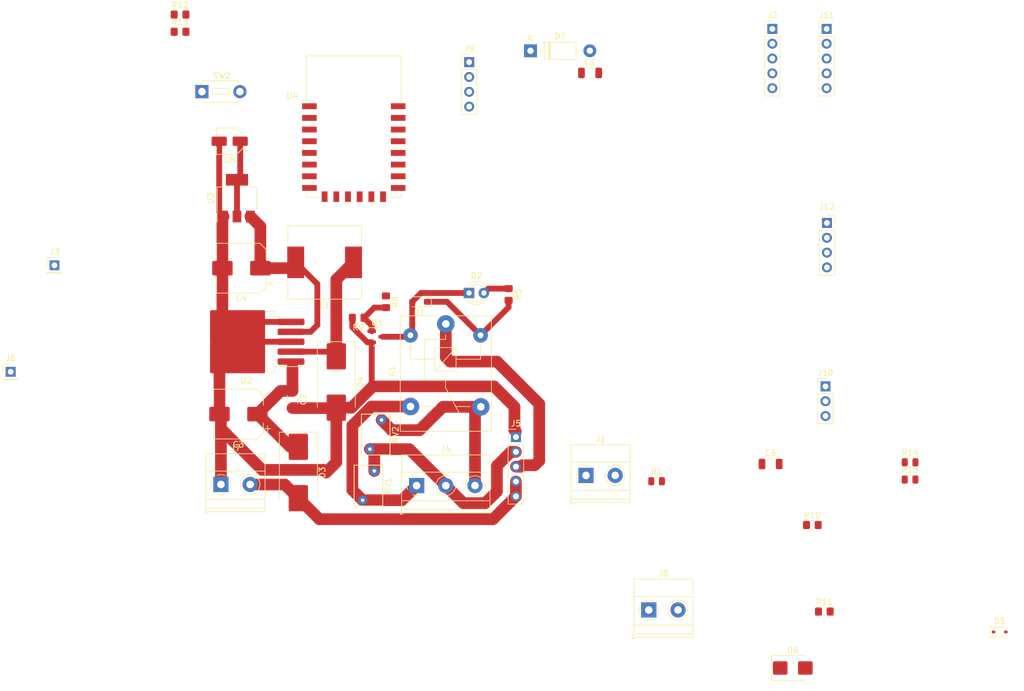
<source format=kicad_pcb>
(kicad_pcb (version 20221018) (generator pcbnew)
  (layers (0 "F.Cu" signal) (31 "B.Cu" signal) (34 "B.Paste" user) (35 "F.Paste" user) (36 "B.SilkS" user "B.Silkscreen") (37 "F.SilkS" user "F.Silkscreen") (38 "B.Mask" user) (39 "F.Mask" user) (44 "Edge.Cuts" user))
  (net 0 "")
  (net 1 "GND")
  (net 2 "Net-(D7-K)")
  (net 3 "Net-(D3-K)")
  (net 4 "+5V")
  (net 5 "+3.3V")
  (net 6 "Net-(D1-A)")
  (net 7 "Net-(D2-A)")
  (net 8 "+12V")
  (net 9 "Net-(D4-K)")
  (net 10 "Net-(D5-K)")
  (net 11 "Net-(D5-A)")
  (net 12 "BTN")
  (net 14 "RXD")
  (net 15 "TXD")
  (net 16 "Net-(J4-Pin_1)")
  (net 17 "Net-(J4-Pin_2)")
  (net 18 "Net-(J4-Pin_3)")
  (net 19 "Net-(J5-Pin_3)")
  (net 20 "RX")
  (net 21 "TX")
  (net 22 "GPIO0")
  (net 28 "D1")
  (net 29 "D0")
  (net 30 "Net-(Q1-B)")
  (net 31 "GPIO13")
  (net 32 "GPIO16")
  (net 33 "Net-(U4-~{RST})")
  (net 34 "Net-(U4-EN)")
  (net 35 "Net-(U4-GPIO2)")
  (footprint "Diode_SMD:D_SOD-323_HandSoldering" (layer "F.Cu") (at 172 105.75 180)
    (fp_text reference "D1" (at 0 -1.85) (layer "F.SilkS"))
    (fp_text value "1N4148")
    (pad "1" smd roundrect (at -1.25 0 180) (size 1 1) (layers "F.Cu" "F.Paste" "F.Mask") (net 4 "+5V"))
    (pad "2" smd roundrect (at 1.25 0 180) (size 1 1) (layers "F.Cu" "F.Paste" "F.Mask") (net 6 "Net-(D1-A)"))
  )
  (footprint "Resistor_SMD:R_0805_2012Metric_Pad1.20x1.40mm_HandSolder" (layer "F.Cu") (at 241.3 158.825)
    (fp_text reference "R11" (at 0 -1.65) (layer "F.SilkS"))
    (fp_text value "100")
    (pad "1" smd roundrect (at -1 0) (size 1.2 1.4) (layers "F.Cu" "F.Paste" "F.Mask") (roundrect_rratio 0.208333) (net 11 "Net-(D5-A)"))
    (pad "2" smd roundrect (at 1 0) (size 1.2 1.4) (layers "F.Cu" "F.Paste" "F.Mask") (roundrect_rratio 0.208333) (net 32 "GPIO16"))
  )
  (footprint "Resistor_SMD:R_0805_2012Metric" (layer "F.Cu") (at 255.9825 133.26)
    (fp_text reference "R14" (at 0 -1.65) (layer "F.SilkS"))
    (fp_text value "10K")
    (pad "1" smd roundrect (at -0.9125 0) (size 1.025 1.4) (layers "F.Cu" "F.Paste" "F.Mask") (roundrect_rratio 0.243902) (net 5 "+3.3V"))
    (pad "2" smd roundrect (at 0.9125 0) (size 1.025 1.4) (layers "F.Cu" "F.Paste" "F.Mask") (roundrect_rratio 0.243902) (net 22 "GPIO0"))
  )
  (footprint "Resistor_SMD:R_0805_2012Metric_Pad1.20x1.40mm_HandSolder" (layer "F.Cu") (at 187.25 104.5 -90)
    (fp_text reference "R5" (at 0 -1.65 90) (layer "F.SilkS"))
    (fp_text value "330")
    (pad "1" smd roundrect (at -1 0 270) (size 1.2 1.4) (layers "F.Cu" "F.Paste" "F.Mask") (roundrect_rratio 0.208333) (net 7 "Net-(D2-A)"))
    (pad "2" smd roundrect (at 1 0 270) (size 1.2 1.4) (layers "F.Cu" "F.Paste" "F.Mask") (roundrect_rratio 0.208333) (net 4 "+5V"))
  )
  (footprint "Capacitor_SMD:CP_Elec_4x4.5" (layer "F.Cu") (at 139.5 78.25 180)
    (fp_text reference "C5" (at 0 -3.2) (layer "F.SilkS"))
    (fp_text value "10uF/16V")
    (pad "1" smd roundrect (at -1.8 0 180) (size 2.6 1.6) (layers "F.Cu" "F.Paste" "F.Mask") (roundrect_rratio 0.15625) (net 5 "+3.3V"))
    (pad "2" smd roundrect (at 1.8 0 180) (size 2.6 1.6) (layers "F.Cu" "F.Paste" "F.Mask") (roundrect_rratio 0.15625) (net 1 "GND"))
  )
  (footprint "Resistor_SMD:R_0805_2012Metric_Pad1.20x1.40mm_HandSolder" (layer "F.Cu") (at 131 56.55)
    (fp_text reference "R12" (at 0 -1.65) (layer "F.SilkS"))
    (fp_text value "10K")
    (pad "1" smd roundrect (at -1 0) (size 1.2 1.4) (layers "F.Cu" "F.Paste" "F.Mask") (roundrect_rratio 0.208333) (net 5 "+3.3V"))
    (pad "2" smd roundrect (at 1 0) (size 1.2 1.4) (layers "F.Cu" "F.Paste" "F.Mask") (roundrect_rratio 0.208333) (net 33 "Net-(U4-~{RST})"))
  )
  (footprint "Resistor_SMD:R_0805_2012Metric_Pad1.20x1.40mm_HandSolder" (layer "F.Cu") (at 161.5 108.5 180)
    (fp_text reference "R9" (at 0 -1.65) (layer "F.SilkS"))
    (fp_text value "100K")
    (pad "1" smd roundrect (at -1 0 180) (size 1.2 1.4) (layers "F.Cu" "F.Paste" "F.Mask") (roundrect_rratio 0.208333) (net 30 "Net-(Q1-B)"))
    (pad "2" smd roundrect (at 1 0 180) (size 1.2 1.4) (layers "F.Cu" "F.Paste" "F.Mask") (roundrect_rratio 0.208333) (net 1 "GND"))
  )
  (footprint "LED_THT:LED_D3.0mm" (layer "F.Cu") (at 180.475 104.25)
    (fp_text reference "D2" (at 1.27 -2.96) (layer "F.SilkS"))
    (fp_text value "LED")
    (pad "1" thru_hole rect (at 0 0) (size 1.8 1.8) (drill 0.9) (layers "*.Cu" "*.Mask") (net 6 "Net-(D1-A)"))
    (pad "2" thru_hole circle (at 2.54 0) (size 1.8 1.8) (drill 0.9) (layers "*.Cu" "*.Mask") (net 7 "Net-(D2-A)"))
  )
  (footprint "Connector_PinHeader_2.54mm:PinHeader_1x05_P2.54mm_Vertical" (layer "F.Cu") (at 232.4 59)
    (fp_text reference "J2" (at 0 -2.33) (layer "F.SilkS"))
    (fp_text value "SIM800L")
    (pad "1" thru_hole rect (at 0 0) (size 1.7 1.7) (drill 1) (layers "*.Cu" "*.Mask") (net 2 "Net-(D7-K)"))
    (pad "2" thru_hole oval (at 0 2.54) (size 1.7 1.7) (drill 1) (layers "*.Cu" "*.Mask"))
    (pad "3" thru_hole oval (at 0 5.08) (size 1.7 1.7) (drill 1) (layers "*.Cu" "*.Mask") (net 14 "RXD"))
    (pad "4" thru_hole oval (at 0 7.62) (size 1.7 1.7) (drill 1) (layers "*.Cu" "*.Mask") (net 15 "TXD"))
    (pad "5" thru_hole oval (at 0 10.16) (size 1.7 1.7) (drill 1) (layers "*.Cu" "*.Mask") (net 1 "GND"))
  )
  (footprint "Relay_THT:Relay_SPDT_SANYOU_SRD_Series_Form_C" (layer "F.Cu") (at 176.5 109.55 -90)
    (fp_text reference "K1" (at 8.1 9.2 90) (layer "F.SilkS"))
    (fp_text value "SANYOU_SRD_Form_C")
    (pad "1" thru_hole circle (at 0 0) (size 3 3) (drill 1.3) (layers "*.Cu" "*.Mask") (net 19 "Net-(J5-Pin_3)"))
    (pad "2" thru_hole circle (at 1.95 6.05) (size 2.5 2.5) (drill 1) (layers "*.Cu" "*.Mask") (net 6 "Net-(D1-A)"))
    (pad "3" thru_hole circle (at 14.15 6.05) (size 3 3) (drill 1.3) (layers "*.Cu" "*.Mask") (net 16 "Net-(J4-Pin_1)"))
    (pad "4" thru_hole circle (at 14.2 -6) (size 3 3) (drill 1.3) (layers "*.Cu" "*.Mask") (net 18 "Net-(J4-Pin_3)"))
    (pad "5" thru_hole circle (at 1.95 -5.95) (size 2.5 2.5) (drill 1) (layers "*.Cu" "*.Mask") (net 4 "+5V"))
  )
  (footprint "Connector_PinHeader_2.54mm:PinHeader_1x05_P2.54mm_Vertical" (layer "F.Cu") (at 241.7 59)
    (fp_text reference "J11" (at 0 -2.33) (layer "F.SilkS"))
    (fp_text value "soporte")
    (pad "1" thru_hole rect (at 0 0) (size 1.7 1.7) (drill 1) (layers "*.Cu" "*.Mask"))
    (pad "2" thru_hole oval (at 0 2.54) (size 1.7 1.7) (drill 1) (layers "*.Cu" "*.Mask"))
    (pad "3" thru_hole oval (at 0 5.08) (size 1.7 1.7) (drill 1) (layers "*.Cu" "*.Mask"))
    (pad "4" thru_hole oval (at 0 7.62) (size 1.7 1.7) (drill 1) (layers "*.Cu" "*.Mask"))
    (pad "5" thru_hole oval (at 0 10.16) (size 1.7 1.7) (drill 1) (layers "*.Cu" "*.Mask"))
  )
  (footprint "Connector_PinHeader_2.54mm:PinHeader_1x01_P2.54mm_Vertical" (layer "F.Cu") (at 109.5 99.5)
    (fp_text reference "J3" (at 0 -2.33) (layer "F.SilkS"))
    (fp_text value "~")
    (pad "1" thru_hole rect (at 0 0) (size 1.7 1.7) (drill 1) (layers "*.Cu" "*.Mask") (net 4 "+5V"))
  )
  (footprint "Package_TO_SOT_SMD:SOT-223-3_TabPin2" (layer "F.Cu") (at 140.75 88 90)
    (fp_text reference "U3" (at 0 -4.5 90) (layer "F.SilkS"))
    (fp_text value "AMS1117-3.3")
    (pad "1" smd rect (at -3.15 -2.3 90) (size 2 1.5) (layers "F.Cu" "F.Paste" "F.Mask") (net 1 "GND"))
    (pad "2" smd rect (at -3.15 0 90) (size 2 1.5) (layers "F.Cu" "F.Paste" "F.Mask") (net 5 "+3.3V"))
    (pad "2" smd rect (at 3.15 0 90) (size 2 3.8) (layers "F.Cu" "F.Paste" "F.Mask") (net 5 "+3.3V"))
    (pad "3" smd rect (at -3.15 2.3 90) (size 2 1.5) (layers "F.Cu" "F.Paste" "F.Mask") (net 4 "+5V"))
  )
  (footprint "Package_TO_SOT_SMD:TO-263-5_TabPin3" (layer "F.Cu") (at 142.35 112.6 180)
    (fp_text reference "U2" (at 0 -6.65) (layer "F.SilkS"))
    (fp_text value "LM2596S-5")
    (pad "1" smd roundrect (at -7.65 -3.4 180) (size 4.6 1.1) (layers "F.Cu" "F.Paste" "F.Mask") (roundrect_rratio 0.227273) (net 3 "Net-(D3-K)"))
    (pad "2" smd roundrect (at -7.65 -1.7 180) (size 4.6 1.1) (layers "F.Cu" "F.Paste" "F.Mask") (roundrect_rratio 0.227273) (net 9 "Net-(D4-K)"))
    (pad "3" smd roundrect (at -7.65 0 180) (size 4.6 1.1) (layers "F.Cu" "F.Paste" "F.Mask") (roundrect_rratio 0.227273) (net 1 "GND"))
    (pad "3" smd roundrect (at -0.925 -2.775 180) (size 4.55 5.25) (layers "F.Cu" "F.Paste") (roundrect_rratio 0.054945) (net 1 "GND"))
    (pad "3" smd roundrect (at -0.925 2.775 180) (size 4.55 5.25) (layers "F.Cu" "F.Paste") (roundrect_rratio 0.054945) (net 1 "GND"))
    (pad "3" smd roundrect (at 1.5 0 180) (size 9.4 10.8) (layers "F.Cu" "F.Mask") (roundrect_rratio 0.026596) (net 1 "GND"))
    (pad "3" smd roundrect (at 3.925 -2.775 180) (size 4.55 5.25) (layers "F.Cu" "F.Paste") (roundrect_rratio 0.054945) (net 1 "GND"))
    (pad "3" smd roundrect (at 3.925 2.775 180) (size 4.55 5.25) (layers "F.Cu" "F.Paste") (roundrect_rratio 0.054945) (net 1 "GND"))
    (pad "4" smd roundrect (at -7.65 1.7 180) (size 4.6 1.1) (layers "F.Cu" "F.Paste" "F.Mask") (roundrect_rratio 0.227273) (net 4 "+5V"))
    (pad "5" smd roundrect (at -7.65 3.4 180) (size 4.6 1.1) (layers "F.Cu" "F.Paste" "F.Mask") (roundrect_rratio 0.227273) (net 1 "GND"))
  )
  (footprint "TerminalBlock_Phoenix:TerminalBlock_Phoenix_MKDS-1,5-2_1x02_P5.00mm_Horizontal" (layer "F.Cu") (at 200.5 135.5)
    (fp_text reference "J1" (at 2.5 -6.26) (layer "F.SilkS"))
    (fp_text value "IN 12V")
    (pad "1" thru_hole rect (at 0 0) (size 2.6 2.6) (drill 1.3) (layers "*.Cu" "*.Mask") (net 5 "+3.3V"))
    (pad "2" thru_hole circle (at 5 0) (size 2.6 2.6) (drill 1.3) (layers "*.Cu" "*.Mask") (net 12 "BTN"))
  )
  (footprint "Inductor_SMD:L_12x12mm_H8mm" (layer "F.Cu") (at 155.75 99 180)
    (fp_text reference "L1" (at 0 -7.4) (layer "F.SilkS"))
    (fp_text value "33 uH")
    (pad "1" smd rect (at -4.95 0 180) (size 2.9 5.4) (layers "F.Cu" "F.Paste" "F.Mask") (net 9 "Net-(D4-K)"))
    (pad "2" smd rect (at 4.95 0 180) (size 2.9 5.4) (layers "F.Cu" "F.Paste" "F.Mask") (net 4 "+5V"))
  )
  (footprint "TerminalBlock_Phoenix:TerminalBlock_Phoenix_MKDS-1,5-3_1x03_P5.00mm_Horizontal" (layer "F.Cu") (at 171.5 137.25)
    (fp_text reference "J4" (at 5 -6.26) (layer "F.SilkS"))
    (fp_text value "OUT 1")
    (pad "1" thru_hole rect (at 0 0) (size 2.6 2.6) (drill 1.3) (layers "*.Cu" "*.Mask") (net 16 "Net-(J4-Pin_1)"))
    (pad "2" thru_hole circle (at 5 0) (size 2.6 2.6) (drill 1.3) (layers "*.Cu" "*.Mask") (net 17 "Net-(J4-Pin_2)"))
    (pad "3" thru_hole circle (at 10 0) (size 2.6 2.6) (drill 1.3) (layers "*.Cu" "*.Mask") (net 18 "Net-(J4-Pin_3)"))
  )
  (footprint "Varistor:RV_Disc_D7mm_W4.9mm_P5mm" (layer "F.Cu") (at 163.5 131 90)
    (fp_text reference "RV2" (at 2.5 4.4 90) (layer "F.SilkS"))
    (fp_text value "470KD07")
    (pad "1" thru_hole circle (at 0 0 90) (size 1.6 1.6) (drill 0.6) (layers "*.Cu" "*.Mask") (net 17 "Net-(J4-Pin_2)"))
    (pad "2" thru_hole circle (at 5 2 90) (size 1.6 1.6) (drill 0.6) (layers "*.Cu" "*.Mask") (net 18 "Net-(J4-Pin_3)"))
  )
  (footprint "Diode_SMD:D_SOD-323" (layer "F.Cu") (at 271.325 162.325)
    (fp_text reference "D5" (at 0 -1.85) (layer "F.SilkS"))
    (fp_text value "1N5819WS")
    (pad "1" smd roundrect (at -1.05 0) (size 0.6 0.45) (layers "F.Cu" "F.Paste" "F.Mask") (net 10 "Net-(D5-K)"))
    (pad "2" smd roundrect (at 1.05 0) (size 0.6 0.45) (layers "F.Cu" "F.Paste" "F.Mask") (net 11 "Net-(D5-A)"))
  )
  (footprint "Capacitor_SMD:C_1206_3216Metric" (layer "F.Cu") (at 150.25 122.5 -90)
    (fp_text reference "C2" (at 0 -1.85 90) (layer "F.SilkS"))
    (fp_text value "0.1u")
    (pad "1" smd roundrect (at -1.475 0 270) (size 1.15 1.8) (layers "F.Cu" "F.Paste" "F.Mask") (roundrect_rratio 0.217391) (net 3 "Net-(D3-K)"))
    (pad "2" smd roundrect (at 1.475 0 270) (size 1.15 1.8) (layers "F.Cu" "F.Paste" "F.Mask") (roundrect_rratio 0.217391) (net 1 "GND"))
  )
  (footprint "Resistor_SMD:R_0805_2012Metric" (layer "F.Cu") (at 212.5875 136.5)
    (fp_text reference "R1" (at 0 -1.65) (layer "F.SilkS"))
    (fp_text value "10K")
    (pad "1" smd roundrect (at -0.9125 0) (size 1.025 1.4) (layers "F.Cu" "F.Paste" "F.Mask") (roundrect_rratio 0.243902) (net 12 "BTN"))
    (pad "2" smd roundrect (at 0.9125 0) (size 1.025 1.4) (layers "F.Cu" "F.Paste" "F.Mask") (roundrect_rratio 0.243902) (net 1 "GND"))
  )
  (footprint "Resistor_SMD:R_0805_2012Metric" (layer "F.Cu") (at 255.9825 136.21)
    (fp_text reference "R15" (at 0 -1.65) (layer "F.SilkS"))
    (fp_text value "10K")
    (pad "1" smd roundrect (at -0.9125 0) (size 1.025 1.4) (layers "F.Cu" "F.Paste" "F.Mask") (roundrect_rratio 0.243902) (net 5 "+3.3V"))
    (pad "2" smd roundrect (at 0.9125 0) (size 1.025 1.4) (layers "F.Cu" "F.Paste" "F.Mask") (roundrect_rratio 0.243902) (net 35 "Net-(U4-GPIO2)"))
  )
  (footprint "TerminalBlock_Phoenix:TerminalBlock_Phoenix_MKDS-1,5-2_1x02_P5.00mm_Horizontal" (layer "F.Cu") (at 211.25 158.555)
    (fp_text reference "J8" (at 2.5 -6.26) (layer "F.SilkS"))
    (fp_text value "SENS")
    (pad "1" thru_hole rect (at 0 0) (size 2.6 2.6) (drill 1.3) (layers "*.Cu" "*.Mask") (net 1 "GND"))
    (pad "2" thru_hole circle (at 5 0) (size 2.6 2.6) (drill 1.3) (layers "*.Cu" "*.Mask") (net 10 "Net-(D5-K)"))
  )
  (footprint "Capacitor_SMD:CP_Elec_8x10" (layer "F.Cu") (at 141.5 100 180)
    (fp_text reference "C4" (at 0 -5.2) (layer "F.SilkS"))
    (fp_text value "220uF/35V")
    (pad "1" smd roundrect (at -3.25 0 180) (size 3.5 2.5) (layers "F.Cu" "F.Paste" "F.Mask") (roundrect_rratio 0.1) (net 4 "+5V"))
    (pad "2" smd roundrect (at 3.25 0 180) (size 3.5 2.5) (layers "F.Cu" "F.Paste" "F.Mask") (roundrect_rratio 0.1) (net 1 "GND"))
  )
  (footprint "Capacitor_SMD:CP_Elec_8x10" (layer "F.Cu") (at 141 125 180)
    (fp_text reference "C3" (at 0 -5.2) (layer "F.SilkS"))
    (fp_text value "220uF/35V")
    (pad "1" smd roundrect (at -3.25 0 180) (size 3.5 2.5) (layers "F.Cu" "F.Paste" "F.Mask") (roundrect_rratio 0.1) (net 3 "Net-(D3-K)"))
    (pad "2" smd roundrect (at 3.25 0 180) (size 3.5 2.5) (layers "F.Cu" "F.Paste" "F.Mask") (roundrect_rratio 0.1) (net 1 "GND"))
  )
  (footprint "Diode_SMD:D_SMC_Handsoldering" (layer "F.Cu") (at 157.75 119.5 -90)
    (fp_text reference "D4" (at 0 -4.1 90) (layer "F.SilkS"))
    (fp_text value "SS34")
    (pad "1" smd roundrect (at -4.4 0) (size 3.3 4.5) (layers "F.Cu" "F.Paste" "F.Mask") (roundrect_rratio 0.0757575758) (net 9 "Net-(D4-K)"))
    (pad "2" smd roundrect (at 4.4 0) (size 3.3 4.5) (layers "F.Cu" "F.Paste" "F.Mask") (roundrect_rratio 0.0757575758) (net 1 "GND"))
  )
  (footprint "TerminalBlock_Phoenix:TerminalBlock_Phoenix_MKDS-1,5-2_1x02_P5.00mm_Horizontal" (layer "F.Cu") (at 138 137.055)
    (fp_text reference "J7" (at 2.5 -6.26) (layer "F.SilkS"))
    (fp_text value "IN 12V")
    (pad "1" thru_hole rect (at 0 0) (size 2.6 2.6) (drill 1.3) (layers "*.Cu" "*.Mask") (net 1 "GND"))
    (pad "2" thru_hole circle (at 5 0) (size 2.6 2.6) (drill 1.3) (layers "*.Cu" "*.Mask") (net 8 "+12V"))
  )
  (footprint "Varistor:RV_Disc_D7mm_W4.9mm_P5mm" (layer "F.Cu") (at 162.25 139.75 90)
    (fp_text reference "RV1" (at 2.5 4.4 90) (layer "F.SilkS"))
    (fp_text value "470KD07")
    (pad "1" thru_hole circle (at 0 0 90) (size 1.6 1.6) (drill 0.6) (layers "*.Cu" "*.Mask") (net 16 "Net-(J4-Pin_1)"))
    (pad "2" thru_hole circle (at 5 2 90) (size 1.6 1.6) (drill 0.6) (layers "*.Cu" "*.Mask") (net 17 "Net-(J4-Pin_2)"))
  )
  (footprint "Connector_PinHeader_2.54mm:PinHeader_1x03_P2.54mm_Vertical" (layer "F.Cu") (at 241.5025 120.25)
    (fp_text reference "J10" (at 0 -2.33) (layer "F.SilkS"))
    (fp_text value "FLASH")
    (pad "1" thru_hole rect (at 0 0) (size 1.7 1.7) (drill 1) (layers "*.Cu" "*.Mask") (net 22 "GPIO0"))
    (pad "2" thru_hole oval (at 0 2.54) (size 1.7 1.7) (drill 1) (layers "*.Cu" "*.Mask") (net 1 "GND"))
    (pad "3" thru_hole oval (at 0 5.08) (size 1.7 1.7) (drill 1) (layers "*.Cu" "*.Mask") (net 1 "GND"))
  )
  (footprint "Connector_PinHeader_2.54mm:PinHeader_1x05_P2.54mm_Vertical" (layer "F.Cu") (at 188.5 128.925)
    (fp_text reference "J5" (at 0 -2.33) (layer "F.SilkS"))
    (fp_text value "jumpers salida")
    (pad "1" thru_hole rect (at 0 0) (size 1.7 1.7) (drill 1) (layers "*.Cu" "*.Mask") (net 1 "GND"))
    (pad "2" thru_hole oval (at 0 2.54) (size 1.7 1.7) (drill 1) (layers "*.Cu" "*.Mask") (net 17 "Net-(J4-Pin_2)"))
    (pad "3" thru_hole oval (at 0 5.08) (size 1.7 1.7) (drill 1) (layers "*.Cu" "*.Mask") (net 19 "Net-(J5-Pin_3)"))
    (pad "4" thru_hole oval (at 0 7.62) (size 1.7 1.7) (drill 1) (layers "*.Cu" "*.Mask") (net 8 "+12V"))
    (pad "5" thru_hole oval (at 0 10.16) (size 1.7 1.7) (drill 1) (layers "*.Cu" "*.Mask") (net 8 "+12V"))
  )
  (footprint "Resistor_SMD:R_0805_2012Metric_Pad1.20x1.40mm_HandSolder" (layer "F.Cu") (at 131 59.5)
    (fp_text reference "R13" (at 0 -1.65) (layer "F.SilkS"))
    (fp_text value "10K")
    (pad "1" smd roundrect (at -1 0) (size 1.2 1.4) (layers "F.Cu" "F.Paste" "F.Mask") (roundrect_rratio 0.208333) (net 5 "+3.3V"))
    (pad "2" smd roundrect (at 1 0) (size 1.2 1.4) (layers "F.Cu" "F.Paste" "F.Mask") (roundrect_rratio 0.208333) (net 34 "Net-(U4-EN)"))
  )
  (footprint "Connector_PinHeader_2.54mm:PinHeader_1x04_P2.54mm_Vertical" (layer "F.Cu") (at 180.5 64.7)
    (fp_text reference "J9" (at 0 -2.33) (layer "F.SilkS"))
    (fp_text value "PROG")
    (pad "1" thru_hole rect (at 0 0) (size 1.7 1.7) (drill 1) (layers "*.Cu" "*.Mask") (net 20 "RX"))
    (pad "2" thru_hole oval (at 0 2.54) (size 1.7 1.7) (drill 1) (layers "*.Cu" "*.Mask") (net 15 "TXD"))
    (pad "3" thru_hole oval (at 0 5.08) (size 1.7 1.7) (drill 1) (layers "*.Cu" "*.Mask") (net 14 "RXD"))
    (pad "4" thru_hole oval (at 0 7.62) (size 1.7 1.7) (drill 1) (layers "*.Cu" "*.Mask") (net 21 "TX"))
  )
  (footprint "Diode_THT:D_DO-41_SOD81_P10.16mm_Horizontal" (layer "F.Cu") (at 191 62.75)
    (fp_text reference "D7" (at 5.08 -2.47) (layer "F.SilkS"))
    (fp_text value "1N4007")
    (fp_text user "K" (at 0 -2.1) (layer "F.SilkS"))
    (pad "1" thru_hole rect (at 0 0) (size 2.2 2.2) (drill 1.1) (layers "*.Cu" "*.Mask") (net 2 "Net-(D7-K)"))
    (pad "2" thru_hole oval (at 10.16 0) (size 2.2 2.2) (drill 1.1) (layers "*.Cu" "*.Mask") (net 4 "+5V"))
  )
  (footprint "Package_TO_SOT_SMD:SOT-23" (layer "F.Cu") (at 164.75 111.75)
    (fp_text reference "Q1" (at 0 -2.4) (layer "F.SilkS"))
    (fp_text value "MMBT5551L")
    (pad "1" smd roundrect (at -0.9375 -0.95) (size 1.475 0.6) (layers "F.Cu" "F.Paste" "F.Mask") (net 30 "Net-(Q1-B)"))
    (pad "2" smd roundrect (at -0.9375 0.95) (size 1.475 0.6) (layers "F.Cu" "F.Paste" "F.Mask") (net 1 "GND"))
    (pad "3" smd roundrect (at 0.9375 0) (size 1.475 0.6) (layers "F.Cu" "F.Paste" "F.Mask") (net 6 "Net-(D1-A)"))
  )
  (footprint "Capacitor_SMD:C_1206_3216Metric" (layer "F.Cu") (at 201.2 66.55)
    (fp_text reference "C1" (at 0 -1.85) (layer "F.SilkS"))
    (fp_text value "0.1u")
    (pad "1" smd roundrect (at -1.475 0) (size 1.15 1.8) (layers "F.Cu" "F.Paste" "F.Mask") (roundrect_rratio 0.217391) (net 1 "GND"))
    (pad "2" smd roundrect (at 1.475 0) (size 1.15 1.8) (layers "F.Cu" "F.Paste" "F.Mask") (roundrect_rratio 0.217391) (net 2 "Net-(D7-K)"))
  )
  (footprint "Resistor_SMD:R_0805_2012Metric_Pad1.20x1.40mm_HandSolder" (layer "F.Cu") (at 239.25 144)
    (fp_text reference "R10" (at 0 -1.65) (layer "F.SilkS"))
    (fp_text value "10K")
    (pad "1" smd roundrect (at -1 0) (size 1.2 1.4) (layers "F.Cu" "F.Paste" "F.Mask") (roundrect_rratio 0.208333) (net 5 "+3.3V"))
    (pad "2" smd roundrect (at 1 0) (size 1.2 1.4) (layers "F.Cu" "F.Paste" "F.Mask") (roundrect_rratio 0.208333) (net 32 "GPIO16"))
  )
  (footprint "RF_Module:ESP-12E" (layer "F.Cu") (at 160.75 75.75)
    (fp_text reference "U4" (at -10.56 -5.26 -360) (layer "F.SilkS"))
    (fp_text value "ESP-12F")
    (pad "1" smd rect (at -7.6 -3.5) (size 2.5 1) (layers "F.Cu" "F.Paste" "F.Mask") (net 33 "Net-(U4-~{RST})"))
    (pad "2" smd rect (at -7.6 -1.5) (size 2.5 1) (layers "F.Cu" "F.Paste" "F.Mask"))
    (pad "3" smd rect (at -7.6 0.5) (size 2.5 1) (layers "F.Cu" "F.Paste" "F.Mask") (net 34 "Net-(U4-EN)"))
    (pad "4" smd rect (at -7.6 2.5) (size 2.5 1) (layers "F.Cu" "F.Paste" "F.Mask") (net 32 "GPIO16"))
    (pad "5" smd rect (at -7.6 4.5) (size 2.5 1) (layers "F.Cu" "F.Paste" "F.Mask") (net 12 "BTN"))
    (pad "6" smd rect (at -7.6 6.5) (size 2.5 1) (layers "F.Cu" "F.Paste" "F.Mask"))
    (pad "7" smd rect (at -7.6 8.5) (size 2.5 1) (layers "F.Cu" "F.Paste" "F.Mask") (net 31 "GPIO13"))
    (pad "8" smd rect (at -7.6 10.5) (size 2.5 1) (layers "F.Cu" "F.Paste" "F.Mask") (net 5 "+3.3V"))
    (pad "9" smd rect (at -5 12) (size 1 1.8) (layers "F.Cu" "F.Paste" "F.Mask"))
    (pad "10" smd rect (at -3 12) (size 1 1.8) (layers "F.Cu" "F.Paste" "F.Mask"))
    (pad "11" smd rect (at -1 12) (size 1 1.8) (layers "F.Cu" "F.Paste" "F.Mask"))
    (pad "12" smd rect (at 1 12) (size 1 1.8) (layers "F.Cu" "F.Paste" "F.Mask"))
    (pad "13" smd rect (at 3 12) (size 1 1.8) (layers "F.Cu" "F.Paste" "F.Mask"))
    (pad "14" smd rect (at 5 12) (size 1 1.8) (layers "F.Cu" "F.Paste" "F.Mask"))
    (pad "15" smd rect (at 7.6 10.5) (size 2.5 1) (layers "F.Cu" "F.Paste" "F.Mask") (net 1 "GND"))
    (pad "16" smd rect (at 7.6 8.5) (size 2.5 1) (layers "F.Cu" "F.Paste" "F.Mask"))
    (pad "17" smd rect (at 7.6 6.5) (size 2.5 1) (layers "F.Cu" "F.Paste" "F.Mask") (net 35 "Net-(U4-GPIO2)"))
    (pad "18" smd rect (at 7.6 4.5) (size 2.5 1) (layers "F.Cu" "F.Paste" "F.Mask") (net 22 "GPIO0"))
    (pad "19" smd rect (at 7.6 2.5) (size 2.5 1) (layers "F.Cu" "F.Paste" "F.Mask") (net 29 "D0"))
    (pad "20" smd rect (at 7.6 0.5) (size 2.5 1) (layers "F.Cu" "F.Paste" "F.Mask") (net 28 "D1"))
    (pad "21" smd rect (at 7.6 -1.5) (size 2.5 1) (layers "F.Cu" "F.Paste" "F.Mask") (net 20 "RX"))
    (pad "22" smd rect (at 7.6 -3.5) (size 2.5 1) (layers "F.Cu" "F.Paste" "F.Mask") (net 21 "TX"))
  )
  (footprint "Diode_SMD:D_SMC_Handsoldering" (layer "F.Cu") (at 151.25 135 -90)
    (fp_text reference "D3" (at 0 -4.1 90) (layer "F.SilkS"))
    (fp_text value "SS34")
    (pad "1" smd roundrect (at -4.4 0) (size 3.3 4.5) (layers "F.Cu" "F.Paste" "F.Mask") (roundrect_rratio 0.0757575758) (net 3 "Net-(D3-K)"))
    (pad "2" smd roundrect (at 4.4 0) (size 3.3 4.5) (layers "F.Cu" "F.Paste" "F.Mask") (roundrect_rratio 0.0757575758) (net 8 "+12V"))
  )
  (footprint "Resistor_SMD:R_0805_2012Metric_Pad1.20x1.40mm_HandSolder" (layer "F.Cu") (at 166.25 105.75 -90)
    (fp_text reference "R8" (at 0 -1.65 90) (layer "F.SilkS"))
    (fp_text value "10K")
    (pad "1" smd roundrect (at -1 0 270) (size 1.2 1.4) (layers "F.Cu" "F.Paste" "F.Mask") (roundrect_rratio 0.208333) (net 31 "GPIO13"))
    (pad "2" smd roundrect (at 1 0 270) (size 1.2 1.4) (layers "F.Cu" "F.Paste" "F.Mask") (roundrect_rratio 0.208333) (net 30 "Net-(Q1-B)"))
  )
  (footprint "Connector_PinHeader_2.54mm:PinHeader_1x01_P2.54mm_Vertical" (layer "F.Cu") (at 102 117.75)
    (fp_text reference "J6" (at 0 -2.33) (layer "F.SilkS"))
    (fp_text value "~")
    (pad "1" thru_hole rect (at 0 0) (size 1.7 1.7) (drill 1) (layers "*.Cu" "*.Mask") (net 5 "+3.3V"))
  )
  (footprint "Diode_SMD:D_SMB" (layer "F.Cu") (at 235.9 168.5)
    (fp_text reference "D6" (at 0 -3) (layer "F.SilkS"))
    (fp_text value "SM6T6V8A")
    (pad "1" smd roundrect (at -2.15 0) (size 2.5 2.3) (layers "F.Cu" "F.Paste" "F.Mask") (roundrect_rratio 0.1086956522) (net 10 "Net-(D5-K)"))
    (pad "2" smd roundrect (at 2.15 0) (size 2.5 2.3) (layers "F.Cu" "F.Paste" "F.Mask") (roundrect_rratio 0.1086956522) (net 1 "GND"))
  )
  (footprint "Connector_PinSocket_2.54mm:PinSocket_1x04_P2.54mm_Vertical" (layer "F.Cu") (at 241.75 92.25)
    (fp_text reference "J12" (at 0 -2.77) (layer "F.SilkS"))
    (fp_text value "RFW26")
    (pad "1" thru_hole rect (at 0 0) (size 1.7 1.7) (drill 1) (layers "*.Cu" "*.Mask") (net 4 "+5V"))
    (pad "2" thru_hole oval (at 0 2.54) (size 1.7 1.7) (drill 1) (layers "*.Cu" "*.Mask") (net 28 "D1"))
    (pad "3" thru_hole oval (at 0 5.08) (size 1.7 1.7) (drill 1) (layers "*.Cu" "*.Mask") (net 29 "D0"))
    (pad "4" thru_hole oval (at 0 7.62) (size 1.7 1.7) (drill 1) (layers "*.Cu" "*.Mask") (net 1 "GND"))
  )
  (footprint "Button_Switch_THT:SW_PUSH_1P1T_6x3.5mm_H4.3_APEM_MJTP1243" (layer "F.Cu") (at 134.75 69.75)
    (fp_text reference "SW2" (at 3.42 -2.7) (layer "F.SilkS"))
    (fp_text value "RESET")
    (pad "1" thru_hole rect (at 0 0 90) (size 2.25 2.25) (drill 1.3) (layers "*.Cu" "*.Mask") (net 1 "GND"))
    (pad "2" thru_hole circle (at 6.5 0 90) (size 2.25 2.25) (drill 1.3) (layers "*.Cu" "*.Mask") (net 33 "Net-(U4-~{RST})"))
  )
  (footprint "Capacitor_SMD:C_1206_3216Metric" (layer "F.Cu") (at 232.1025 133.55)
    (fp_text reference "C6" (at 0 -1.85) (layer "F.SilkS"))
    (fp_text value "0.1u")
    (pad "1" smd roundrect (at -1.475 0) (size 1.15 1.8) (layers "F.Cu" "F.Paste" "F.Mask") (roundrect_rratio 0.217391) (net 1 "GND"))
    (pad "2" smd roundrect (at 1.475 0) (size 1.15 1.8) (layers "F.Cu" "F.Paste" "F.Mask") (roundrect_rratio 0.217391) (net 5 "+3.3V"))
  )
  (segment (start 137.7 78.25) (end 137.7 90.4) (width 1) (layer "F.Cu") (net 1))
  (segment (start 138.25 100) (end 138.25 91.35) (width 2) (layer "F.Cu") (net 1))
  (segment (start 163.8125 120.0625) (end 164 120.25) (width 1) (layer "F.Cu") (net 1))
  (segment (start 157.75 133.25) (end 156 135) (width 2) (layer "F.Cu") (net 1))
  (segment (start 150.25 123.975) (end 157.675 123.975) (width 2) (layer "F.Cu") (net 1))
  (segment (start 164 120.25) (end 184.75 120.25) (width 2) (layer "F.Cu") (net 1))
  (segment (start 138.25 100) (end 138.25 109.65) (width 2) (layer "F.Cu") (net 1))
  (segment (start 163.075 112.7) (end 163.8125 112.7) (width 1) (layer "F.Cu") (net 1))
  (segment (start 188.25 123.75) (end 188.25 127.75) (width 2) (layer "F.Cu") (net 1))
  (segment (start 157.675 123.975) (end 157.75 123.9) (width 2) (layer "F.Cu") (net 1))
  (segment (start 184.75 120.25) (end 188.25 123.75) (width 2) (layer "F.Cu") (net 1))
  (segment (start 145.055 134.555) (end 138 127.5) (width 2) (layer "F.Cu") (net 1))
  (segment (start 138 127.5) (end 138 125.25) (width 2) (layer "F.Cu") (net 1))
  (segment (start 138.25 109.65) (end 138.425 109.825) (width 2) (layer "F.Cu") (net 1))
  (segment (start 157.75 123.9) (end 157.75 133.25) (width 2) (layer "F.Cu") (net 1))
  (segment (start 138 125.25) (end 137.75 125) (width 2) (layer "F.Cu") (net 1))
  (segment (start 143.9 109.2) (end 150 109.2) (width 1) (layer "F.Cu") (net 1))
  (segment (start 160.5 110.125) (end 163.075 112.7) (width 1) (layer "F.Cu") (net 1))
  (segment (start 143.275 109.825) (end 143.9 109.2) (width 1) (layer "F.Cu") (net 1))
  (segment (start 157.75 123.9) (end 160.35 123.9) (width 2) (layer "F.Cu") (net 1))
  (segment (start 160.5 108.5) (end 160.5 110.125) (width 1) (layer "F.Cu") (net 1))
  (segment (start 138.25 91.35) (end 138.45 91.15) (width 2) (layer "F.Cu") (net 1))
  (segment (start 137.75 116.05) (end 138.425 115.375) (width 2) (layer "F.Cu") (net 1))
  (segment (start 155.555 134.555) (end 145.055 134.555) (width 2) (layer "F.Cu") (net 1))
  (segment (start 160.35 123.9) (end 164 120.25) (width 2) (layer "F.Cu") (net 1))
  (segment (start 137.7 90.4) (end 138.45 91.15) (width 1) (layer "F.Cu") (net 1))
  (segment (start 156 135) (end 155.555 134.555) (width 2) (layer "F.Cu") (net 1))
  (segment (start 163.8125 112.7) (end 163.8125 120.0625) (width 1) (layer "F.Cu") (net 1))
  (segment (start 137.75 125) (end 137.75 116.05) (width 2) (layer "F.Cu") (net 1))
  (segment (start 138 137.055) (end 138 127.5) (width 2) (layer "F.Cu") (net 1))
  (segment (start 150 112.6) (end 140.85 112.6) (width 1) (layer "F.Cu") (net 1))
  (segment (start 188.25 127.75) (end 188.5 128) (width 2) (layer "F.Cu") (net 1))
  (segment (start 150.25 121.025) (end 150.25 117) (width 2) (layer "F.Cu") (net 3))
  (segment (start 144.25 125) (end 149.85 130.6) (width 2) (layer "F.Cu") (net 3))
  (segment (start 144.25 125) (end 148.225 121.025) (width 2) (layer "F.Cu") (net 3))
  (segment (start 148.225 121.025) (end 150.25 121.025) (width 2) (layer "F.Cu") (net 3))
  (segment (start 149.85 130.6) (end 151.25 130.6) (width 2) (layer "F.Cu") (net 3))
  (segment (start 176.7 105.75) (end 182.45 111.5) (width 1) (layer "F.Cu") (net 4))
  (segment (start 144.75 100) (end 144.75 92.85) (width 2) (layer "F.Cu") (net 4))
  (segment (start 187.25 105.5) (end 187.25 106.7) (width 1) (layer "F.Cu") (net 4))
  (segment (start 154.5 109.75) (end 154.5 102.7) (width 1) (layer "F.Cu") (net 4))
  (segment (start 173.25 105.75) (end 176.7 105.75) (width 1) (layer "F.Cu") (net 4))
  (segment (start 154.5 102.7) (end 150.8 99) (width 1) (layer "F.Cu") (net 4))
  (segment (start 187.25 106.7) (end 182.45 111.5) (width 1) (layer "F.Cu") (net 4))
  (segment (start 149.8 100) (end 150.8 99) (width 2) (layer "F.Cu") (net 4))
  (segment (start 153.35 110.9) (end 154.5 109.75) (width 1) (layer "F.Cu") (net 4))
  (segment (start 144.75 92.85) (end 143.05 91.15) (width 2) (layer "F.Cu") (net 4))
  (segment (start 150 110.9) (end 153.35 110.9) (width 1) (layer "F.Cu") (net 4))
  (segment (start 144.75 100) (end 149.8 100) (width 2) (layer "F.Cu") (net 4))
  (segment (start 140.75 91.15) (end 140.75 84.85) (width 1) (layer "F.Cu") (net 5))
  (segment (start 141.3 78.25) (end 141.3 84.3) (width 1) (layer "F.Cu") (net 5))
  (segment (start 141.3 84.3) (end 140.75 84.85) (width 1) (layer "F.Cu") (net 5))
  (segment (start 165.6875 111.75) (end 170.2 111.75) (width 1) (layer "F.Cu") (net 6))
  (segment (start 170.75 105.75) (end 170.75 111.2) (width 1) (layer "F.Cu") (net 6))
  (segment (start 170.75 111.2) (end 170.45 111.5) (width 1) (layer "F.Cu") (net 6))
  (segment (start 172.25 104.25) (end 170.75 105.75) (width 1) (layer "F.Cu") (net 6))
  (segment (start 170.2 111.75) (end 170.45 111.5) (width 1) (layer "F.Cu") (net 6))
  (segment (start 180.475 104.25) (end 172.25 104.25) (width 1) (layer "F.Cu") (net 6))
  (segment (start 183.765 103.5) (end 183.015 104.25) (width 1) (layer "F.Cu") (net 7))
  (segment (start 187.25 103.5) (end 183.765 103.5) (width 1) (layer "F.Cu") (net 7))
  (segment (start 184.585 143) (end 154.85 143) (width 2) (layer "F.Cu") (net 8))
  (segment (start 143 137.055) (end 148.905 137.055) (width 2) (layer "F.Cu") (net 8))
  (segment (start 188.5 139.085) (end 184.585 143) (width 2) (layer "F.Cu") (net 8))
  (segment (start 188.5 136.545) (end 188.5 139.085) (width 2) (layer "F.Cu") (net 8))
  (segment (start 148.905 137.055) (end 151.25 139.4) (width 2) (layer "F.Cu") (net 8))
  (segment (start 154.85 143) (end 151.25 139.4) (width 2) (layer "F.Cu") (net 8))
  (segment (start 157.75 115.1) (end 157.75 101.95) (width 2) (layer "F.Cu") (net 9))
  (segment (start 156.95 114.3) (end 157.75 115.1) (width 1) (layer "F.Cu") (net 9))
  (segment (start 157.75 101.95) (end 160.7 99) (width 2) (layer "F.Cu") (net 9))
  (segment (start 150 114.3) (end 156.95 114.3) (width 1) (layer "F.Cu") (net 9))
  (segment (start 160.5 138) (end 160.5 126.964343) (width 2) (layer "F.Cu") (net 16))
  (segment (start 162.25 139.75) (end 160.5 138) (width 2) (layer "F.Cu") (net 16))
  (segment (start 163.764343 123.7) (end 170.45 123.7) (width 2) (layer "F.Cu") (net 16))
  (segment (start 160.5 126.964343) (end 163.764343 123.7) (width 2) (layer "F.Cu") (net 16))
  (segment (start 169 139.75) (end 171.5 137.25) (width 2) (layer "F.Cu") (net 16))
  (segment (start 162.25 139.75) (end 169 139.75) (width 2) (layer "F.Cu") (net 16))
  (segment (start 185.25 133.865) (end 185.25 138.25) (width 2) (layer "F.Cu") (net 17))
  (segment (start 164.25 131.75) (end 163.5 131) (width 2) (layer "F.Cu") (net 17))
  (segment (start 188.5 131.465) (end 187.65 131.465) (width 2) (layer "F.Cu") (net 17))
  (segment (start 164.25 134.75) (end 164.25 131.75) (width 2) (layer "F.Cu") (net 17))
  (segment (start 183.25 140.25) (end 179.5 140.25) (width 2) (layer "F.Cu") (net 17))
  (segment (start 179.5 140.25) (end 176.5 137.25) (width 2) (layer "F.Cu") (net 17))
  (segment (start 170.25 131) (end 176.5 137.25) (width 2) (layer "F.Cu") (net 17))
  (segment (start 163.5 131) (end 170.25 131) (width 2) (layer "F.Cu") (net 17))
  (segment (start 185.25 138.25) (end 183.25 140.25) (width 2) (layer "F.Cu") (net 17))
  (segment (start 187.65 131.465) (end 185.25 133.865) (width 2) (layer "F.Cu") (net 17))
  (segment (start 165.5 126) (end 167.25 127.75) (width 2) (layer "F.Cu") (net 18))
  (segment (start 181.5 137.25) (end 181.5 124.75) (width 2) (layer "F.Cu") (net 18))
  (segment (start 172 127.75) (end 167.25 127.75) (width 2) (layer "F.Cu") (net 18))
  (segment (start 172 127.75) (end 176 123.75) (width 2) (layer "F.Cu") (net 18))
  (segment (start 176 123.75) (end 182.5 123.75) (width 2) (layer "F.Cu") (net 18))
  (segment (start 181.5 124.75) (end 182.5 123.75) (width 2) (layer "F.Cu") (net 18))
  (segment (start 189.35 134.005) (end 189.605 133.75) (width 2) (layer "F.Cu") (net 19))
  (segment (start 185.25 116) (end 177.25 116) (width 2) (layer "F.Cu") (net 19))
  (segment (start 189.605 133.75) (end 191.75 133.75) (width 2) (layer "F.Cu") (net 19))
  (segment (start 192.5 133) (end 192.5 123.25) (width 2) (layer "F.Cu") (net 19))
  (segment (start 188.5 134.005) (end 189.35 134.005) (width 2) (layer "F.Cu") (net 19))
  (segment (start 177.25 116) (end 176.5 115.25) (width 2) (layer "F.Cu") (net 19))
  (segment (start 192.5 123.25) (end 185.25 116) (width 2) (layer "F.Cu") (net 19))
  (segment (start 176.5 115.25) (end 176.5 109.55) (width 2) (layer "F.Cu") (net 19))
  (segment (start 191.75 133.75) (end 192.5 133) (width 2) (layer "F.Cu") (net 19))
  (segment (start 163.8125 110.8) (end 163.8125 109.8125) (width 1) (layer "F.Cu") (net 30))
  (segment (start 166.25 106.75) (end 164.25 106.75) (width 1) (layer "F.Cu") (net 30))
  (segment (start 164.25 106.75) (end 162.5 108.5) (width 1) (layer "F.Cu") (net 30))
  (segment (start 163.8125 109.8125) (end 162.5 108.5) (width 1) (layer "F.Cu") (net 30))
)
</source>
